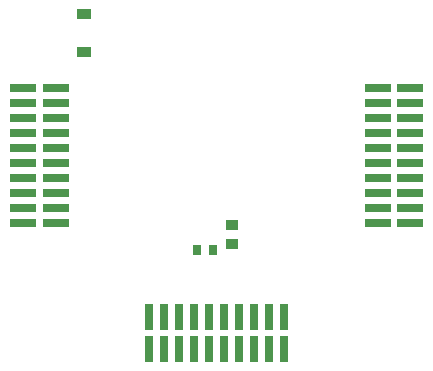
<source format=gbp>
G04 #@! TF.FileFunction,Paste,Bot*
%FSLAX46Y46*%
G04 Gerber Fmt 4.6, Leading zero omitted, Abs format (unit mm)*
G04 Created by KiCad (PCBNEW 4.0.2+e4-6225~38~ubuntu14.04.1-stable) date Fri 17 Jun 2016 18:56:52 BST*
%MOMM*%
G01*
G04 APERTURE LIST*
%ADD10C,0.100000*%
%ADD11R,2.220000X0.740000*%
%ADD12R,0.740000X2.220000*%
%ADD13R,1.220000X0.910000*%
%ADD14R,0.750000X0.900000*%
%ADD15R,1.000000X0.950000*%
G04 APERTURE END LIST*
D10*
D11*
X83635000Y-94285000D03*
X86365000Y-94285000D03*
X83635000Y-95555000D03*
X86365000Y-95555000D03*
X83635000Y-96825000D03*
X86365000Y-96825000D03*
X83635000Y-98095000D03*
X86365000Y-98095000D03*
X83635000Y-99365000D03*
X86365000Y-99365000D03*
X83635000Y-100635000D03*
X86365000Y-100635000D03*
X83635000Y-101905000D03*
X86365000Y-101905000D03*
X83635000Y-103175000D03*
X86365000Y-103175000D03*
X83635000Y-104445000D03*
X86365000Y-104445000D03*
X83635000Y-105715000D03*
X86365000Y-105715000D03*
X113635000Y-94285000D03*
X116365000Y-94285000D03*
X113635000Y-95555000D03*
X116365000Y-95555000D03*
X113635000Y-96825000D03*
X116365000Y-96825000D03*
X113635000Y-98095000D03*
X116365000Y-98095000D03*
X113635000Y-99365000D03*
X116365000Y-99365000D03*
X113635000Y-100635000D03*
X116365000Y-100635000D03*
X113635000Y-101905000D03*
X116365000Y-101905000D03*
X113635000Y-103175000D03*
X116365000Y-103175000D03*
X113635000Y-104445000D03*
X116365000Y-104445000D03*
X113635000Y-105715000D03*
X116365000Y-105715000D03*
D12*
X94285000Y-116365000D03*
X94285000Y-113635000D03*
X95555000Y-116365000D03*
X95555000Y-113635000D03*
X96825000Y-116365000D03*
X96825000Y-113635000D03*
X98095000Y-116365000D03*
X98095000Y-113635000D03*
X99365000Y-116365000D03*
X99365000Y-113635000D03*
X100635000Y-116365000D03*
X100635000Y-113635000D03*
X101905000Y-116365000D03*
X101905000Y-113635000D03*
X103175000Y-116365000D03*
X103175000Y-113635000D03*
X104445000Y-116365000D03*
X104445000Y-113635000D03*
X105715000Y-116365000D03*
X105715000Y-113635000D03*
D13*
X88800000Y-87965000D03*
X88800000Y-91235000D03*
D14*
X98300000Y-108000000D03*
X99700000Y-108000000D03*
D15*
X101300000Y-105900001D03*
X101300000Y-107500001D03*
M02*

</source>
